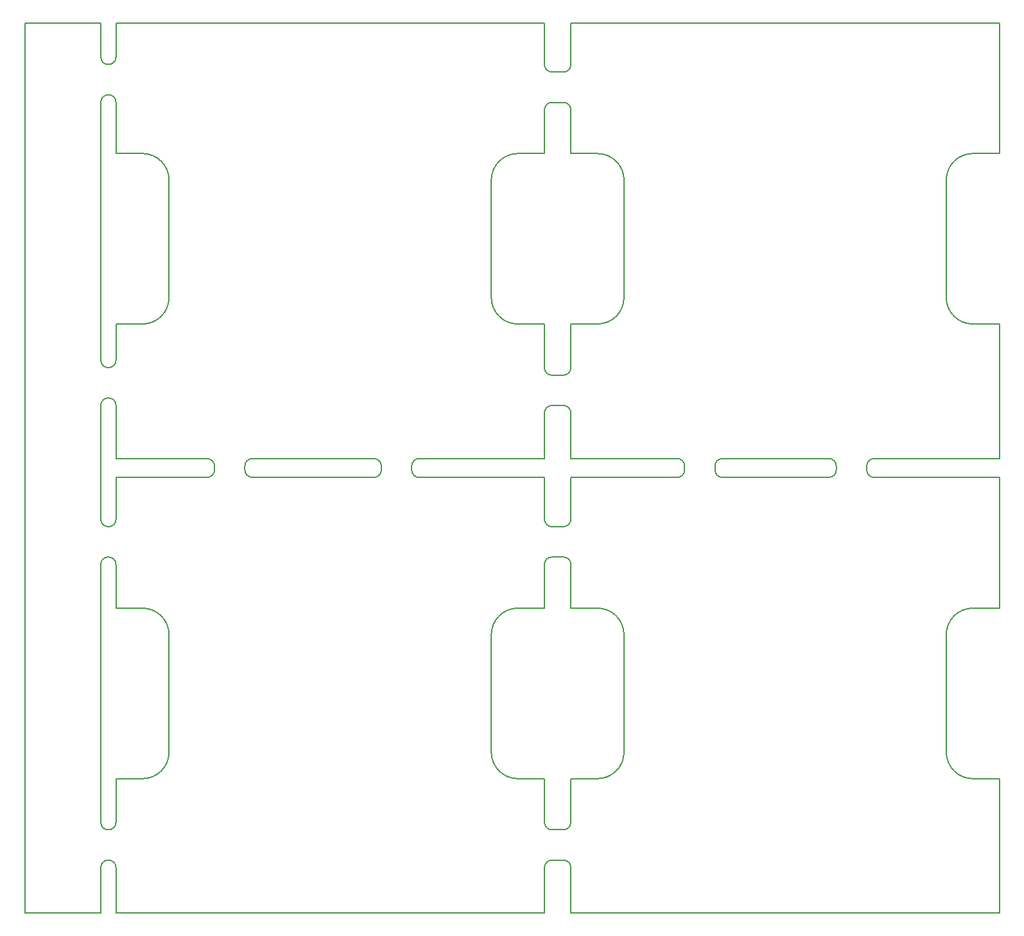
<source format=gm1>
G04 #@! TF.FileFunction,Profile,NP*
%FSLAX46Y46*%
G04 Gerber Fmt 4.6, Leading zero omitted, Abs format (unit mm)*
G04 Created by KiCad (PCBNEW 4.0.7) date Fri Mar 30 10:44:33 2018*
%MOMM*%
%LPD*%
G01*
G04 APERTURE LIST*
%ADD10C,0.100000*%
%ADD11C,0.150000*%
G04 APERTURE END LIST*
D10*
D11*
X12000000Y60000000D02*
X24000000Y60000000D01*
X24000000Y57500000D02*
X12000000Y57500000D01*
X72000000Y60000000D02*
X86000000Y60000000D01*
X86000000Y57500000D02*
X72000000Y57500000D01*
X46000000Y60000000D02*
X30000000Y60000000D01*
X25000000Y59000000D02*
G75*
G03X24000000Y60000000I-1000000J0D01*
G01*
X30000000Y60000000D02*
G75*
G03X29000000Y59000000I0J-1000000D01*
G01*
X25000000Y59000000D02*
X25000000Y58500000D01*
X24000000Y57500000D02*
G75*
G03X25000000Y58500000I0J1000000D01*
G01*
X29000000Y58500000D02*
X29000000Y59000000D01*
X29000000Y58500000D02*
G75*
G03X30000000Y57500000I1000000J0D01*
G01*
X30000000Y57500000D02*
X46000000Y57500000D01*
X68500000Y60000000D02*
X52000000Y60000000D01*
X47000000Y59000000D02*
G75*
G03X46000000Y60000000I-1000000J0D01*
G01*
X52000000Y60000000D02*
G75*
G03X51000000Y59000000I0J-1000000D01*
G01*
X47000000Y59000000D02*
X47000000Y58500000D01*
X46000000Y57500000D02*
G75*
G03X47000000Y58500000I0J1000000D01*
G01*
X51000000Y58500000D02*
X51000000Y59000000D01*
X51000000Y58500000D02*
G75*
G03X52000000Y57500000I1000000J0D01*
G01*
X52000000Y57500000D02*
X68500000Y57500000D01*
X106000000Y60000000D02*
X92000000Y60000000D01*
X87000000Y59000000D02*
G75*
G03X86000000Y60000000I-1000000J0D01*
G01*
X92000000Y60000000D02*
G75*
G03X91000000Y59000000I0J-1000000D01*
G01*
X87000000Y59000000D02*
X87000000Y58500000D01*
X86000000Y57500000D02*
G75*
G03X87000000Y58500000I0J1000000D01*
G01*
X91000000Y58500000D02*
X91000000Y59000000D01*
X91000000Y58500000D02*
G75*
G03X92000000Y57500000I1000000J0D01*
G01*
X92000000Y57500000D02*
X106000000Y57500000D01*
X112000000Y57500000D02*
X128500000Y57500000D01*
X128500000Y60000000D02*
X112000000Y60000000D01*
X107000000Y59000000D02*
X107000000Y58500000D01*
X107000000Y59000000D02*
G75*
G03X106000000Y60000000I-1000000J0D01*
G01*
X106000000Y57500000D02*
G75*
G03X107000000Y58500000I0J1000000D01*
G01*
X111000000Y58500000D02*
X111000000Y59000000D01*
X112000000Y60000000D02*
G75*
G03X111000000Y59000000I0J-1000000D01*
G01*
X111000000Y58500000D02*
G75*
G03X112000000Y57500000I1000000J0D01*
G01*
X69500000Y67000000D02*
X71000000Y67000000D01*
X68500000Y72000000D02*
G75*
G03X69500000Y71000000I1000000J0D01*
G01*
X71000000Y71000000D02*
G75*
G03X72000000Y72000000I0J1000000D01*
G01*
X72000000Y66000000D02*
G75*
G03X71000000Y67000000I-1000000J0D01*
G01*
X69500000Y67000000D02*
G75*
G03X68500000Y66000000I0J-1000000D01*
G01*
X71000000Y71000000D02*
X69500000Y71000000D01*
X72000000Y66000000D02*
X72000000Y60000000D01*
X68500000Y72000000D02*
X68500000Y77750000D01*
X68500000Y60000000D02*
X68500000Y66000000D01*
X72000000Y77750000D02*
X72000000Y72000000D01*
X69500000Y7000000D02*
X71000000Y7000000D01*
X68500000Y12000000D02*
G75*
G03X69500000Y11000000I1000000J0D01*
G01*
X71000000Y11000000D02*
G75*
G03X72000000Y12000000I0J1000000D01*
G01*
X72000000Y6000000D02*
G75*
G03X71000000Y7000000I-1000000J0D01*
G01*
X69500000Y7000000D02*
G75*
G03X68500000Y6000000I0J-1000000D01*
G01*
X71000000Y11000000D02*
X69500000Y11000000D01*
X72000000Y6000000D02*
X72000000Y0D01*
X68500000Y12000000D02*
X68500000Y17750000D01*
X68500000Y0D02*
X68500000Y6000000D01*
X72000000Y17750000D02*
X72000000Y12000000D01*
X72000000Y46000000D02*
X72000000Y40250000D01*
X72000000Y57500000D02*
X72000000Y52000000D01*
X72000000Y46000000D02*
G75*
G03X71000000Y47000000I-1000000J0D01*
G01*
X69500000Y47000000D02*
G75*
G03X68500000Y46000000I0J-1000000D01*
G01*
X69500000Y47000000D02*
X71000000Y47000000D01*
X71000000Y51000000D02*
X69500000Y51000000D01*
X71000000Y51000000D02*
G75*
G03X72000000Y52000000I0J1000000D01*
G01*
X68500000Y52000000D02*
G75*
G03X69500000Y51000000I1000000J0D01*
G01*
X68500000Y40250000D02*
X68500000Y46000000D01*
X68500000Y52000000D02*
X68500000Y57500000D01*
X68500000Y100250000D02*
X68500000Y106000000D01*
X72000000Y106000000D02*
X72000000Y100250000D01*
X72000000Y106000000D02*
G75*
G03X71000000Y107000000I-1000000J0D01*
G01*
X69500000Y107000000D02*
G75*
G03X68500000Y106000000I0J-1000000D01*
G01*
X69500000Y107000000D02*
X71000000Y107000000D01*
X72000000Y117500000D02*
X72000000Y112000000D01*
X68500000Y112000000D02*
X68500000Y117500000D01*
X71000000Y111000000D02*
X69500000Y111000000D01*
X71000000Y111000000D02*
G75*
G03X72000000Y112000000I0J1000000D01*
G01*
X68500000Y112000000D02*
G75*
G03X69500000Y111000000I1000000J0D01*
G01*
X10000000Y0D02*
X10000000Y6000000D01*
X12000000Y6000000D02*
X12000000Y0D01*
X12000000Y6000000D02*
G75*
G03X10000000Y6000000I-1000000J0D01*
G01*
X12000000Y12000000D02*
X12000000Y17750000D01*
X10000000Y12000000D02*
G75*
G03X12000000Y12000000I1000000J0D01*
G01*
X10000000Y46000000D02*
X10000000Y12000000D01*
X12000000Y46000000D02*
X12000000Y40250000D01*
X12000000Y46000000D02*
G75*
G03X10000000Y46000000I-1000000J0D01*
G01*
X12000000Y52000000D02*
X12000000Y57500000D01*
X10000000Y52000000D02*
G75*
G03X12000000Y52000000I1000000J0D01*
G01*
X10000000Y67000000D02*
X10000000Y52000000D01*
X12000000Y60000000D02*
X12000000Y67000000D01*
X12000000Y67000000D02*
G75*
G03X10000000Y67000000I-1000000J0D01*
G01*
X12000000Y73000000D02*
X12000000Y77750000D01*
X10000000Y73000000D02*
G75*
G03X12000000Y73000000I1000000J0D01*
G01*
X10000000Y107000000D02*
X10000000Y73000000D01*
X12000000Y107000000D02*
X12000000Y100250000D01*
X12000000Y107000000D02*
G75*
G03X10000000Y107000000I-1000000J0D01*
G01*
X10000000Y113000000D02*
G75*
G03X12000000Y113000000I1000000J0D01*
G01*
X10000000Y117500000D02*
X10000000Y113000000D01*
X128500000Y77750000D02*
X128500000Y60000000D01*
X121500000Y81250000D02*
G75*
G03X125000000Y77750000I3500000J0D01*
G01*
X125000000Y77750000D02*
X128500000Y77750000D01*
X121500000Y81250000D02*
X121500000Y96750000D01*
X79000000Y81250000D02*
G75*
G02X75500000Y77750000I-3500000J0D01*
G01*
X75500000Y100250000D02*
X72000000Y100250000D01*
X72000000Y77750000D02*
X75500000Y77750000D01*
X79000000Y96750000D02*
G75*
G03X75500000Y100250000I-3500000J0D01*
G01*
X72000000Y117500000D02*
X128500000Y117500000D01*
X125000000Y100250000D02*
G75*
G03X121500000Y96750000I0J-3500000D01*
G01*
X128500000Y100250000D02*
X125000000Y100250000D01*
X79000000Y81250000D02*
X79000000Y96750000D01*
X128500000Y117500000D02*
X128500000Y100250000D01*
X61500000Y81250000D02*
G75*
G03X65000000Y77750000I3500000J0D01*
G01*
X65000000Y77750000D02*
X68500000Y77750000D01*
X61500000Y81250000D02*
X61500000Y96750000D01*
X19000000Y81250000D02*
G75*
G02X15500000Y77750000I-3500000J0D01*
G01*
X15500000Y100250000D02*
X12000000Y100250000D01*
X12000000Y77750000D02*
X15500000Y77750000D01*
X19000000Y96750000D02*
G75*
G03X15500000Y100250000I-3500000J0D01*
G01*
X12000000Y117500000D02*
X68500000Y117500000D01*
X65000000Y100250000D02*
G75*
G03X61500000Y96750000I0J-3500000D01*
G01*
X68500000Y100250000D02*
X65000000Y100250000D01*
X19000000Y81250000D02*
X19000000Y96750000D01*
X12000000Y113000000D02*
X12000000Y117500000D01*
X128500000Y17750000D02*
X128500000Y0D01*
X121500000Y21250000D02*
G75*
G03X125000000Y17750000I3500000J0D01*
G01*
X125000000Y17750000D02*
X128500000Y17750000D01*
X121500000Y21250000D02*
X121500000Y36750000D01*
X128500000Y0D02*
X72000000Y0D01*
X79000000Y21250000D02*
G75*
G02X75500000Y17750000I-3500000J0D01*
G01*
X75500000Y40250000D02*
X72000000Y40250000D01*
X72000000Y17750000D02*
X75500000Y17750000D01*
X79000000Y36750000D02*
G75*
G03X75500000Y40250000I-3500000J0D01*
G01*
X125000000Y40250000D02*
G75*
G03X121500000Y36750000I0J-3500000D01*
G01*
X128500000Y40250000D02*
X125000000Y40250000D01*
X79000000Y21250000D02*
X79000000Y36750000D01*
X128500000Y57500000D02*
X128500000Y40250000D01*
X10000000Y0D02*
X0Y0D01*
X0Y117500000D02*
X10000000Y117500000D01*
X0Y0D02*
X0Y117500000D01*
X19000000Y36750000D02*
G75*
G03X15500000Y40250000I-3500000J0D01*
G01*
X19000000Y21250000D02*
X19000000Y36750000D01*
X12000000Y17750000D02*
X15500000Y17750000D01*
X19000000Y21250000D02*
G75*
G02X15500000Y17750000I-3500000J0D01*
G01*
X61500000Y21250000D02*
X61500000Y36750000D01*
X65000000Y40250000D02*
G75*
G03X61500000Y36750000I0J-3500000D01*
G01*
X65000000Y17750000D02*
X68500000Y17750000D01*
X61500000Y21250000D02*
G75*
G03X65000000Y17750000I3500000J0D01*
G01*
X15500000Y40250000D02*
X12000000Y40250000D01*
X68500000Y0D02*
X12000000Y0D01*
X68500000Y40250000D02*
X65000000Y40250000D01*
M02*

</source>
